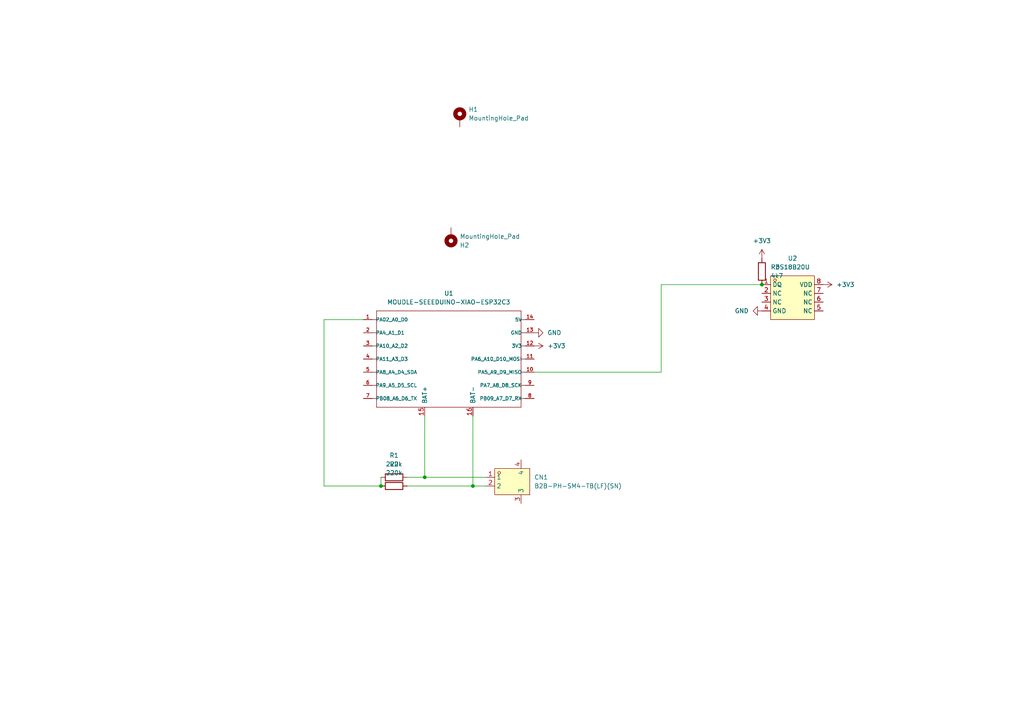
<source format=kicad_sch>
(kicad_sch (version 20211123) (generator eeschema)
  (paper "A4")
  (lib_symbols
    (symbol "Device:R" (pin_numbers hide) (pin_names (offset 0))
      (property "Reference" "R" (at 2.032 0 90))
      (property "Value" "R" (at 0 0 90))
      (symbol "R_0_1"
        (rectangle (start -1.016 -2.54) (end 1.016 2.54) (stroke (width 0.254)))
      )
      (symbol "R_1_1"
        (pin passive line (at 0 3.81 270) (length 1.27) (name "~") (number "1"))
        (pin passive line (at 0 -3.81 90) (length 1.27) (name "~") (number "2"))
      )
    )
    (symbol "Mechanical:MountingHole_Pad" (pin_numbers hide) (pin_names (offset 1.016) hide)
      (property "Reference" "H" (at 0 6.35 0))
      (property "Value" "MountingHole_Pad" (at 0 4.445 0))
      (symbol "MountingHole_Pad_0_1"
        (circle (center 0 1.27) (radius 1.27) (stroke (width 1.27)))
      )
      (symbol "MountingHole_Pad_1_1"
        (pin input line (at 0 -2.54 90) (length 2.54) (name "1") (number "1"))
      )
    )
    (symbol "easyeda2kicad:B2B-PH-SM4-TB(LF)(SN)"
      (property "Reference" "CN" (at 0 11.43 0))
      (property "Value" "B2B-PH-SM4-TB (LF)(SN)" (at 0 -11.43 0))
      (symbol "B2B-PH-SM4-TB(LF)(SN)_0_1"
        (rectangle (start -3.81 3.81) (end 6.35 -3.81) (fill (type background)))
        (circle (center -2.54 2.54) (radius 0.38))
        (pin unspecified line (at -6.35 1.27 0) (length 2.54) (name "1") (number "1"))
        (pin unspecified line (at -6.35 -1.27 0) (length 2.54) (name "2") (number "2"))
        (pin unspecified line (at 3.81 -6.35 90) (length 2.54) (name "3") (number "3"))
        (pin unspecified line (at 3.81 6.35 270) (length 2.54) (name "4") (number "4"))
      )
    )
    (symbol "easyeda2kicad:DS18B20U"
      (property "Reference" "U" (at 0 8.89 0))
      (property "Value" "DS18B20U" (at 0 -8.89 0))
      (symbol "DS18B20U_0_1"
        (rectangle (start -6.35 6.35) (end 6.35 -6.35) (fill (type background)))
        (circle (center -5.08 5.08) (radius 0.38))
        (pin unspecified line (at -8.89 3.81 0) (length 2.54) (name "DQ") (number "1"))
        (pin unspecified line (at -8.89 1.27 0) (length 2.54) (name "NC") (number "2"))
        (pin unspecified line (at -8.89 -1.27 0) (length 2.54) (name "NC") (number "3"))
        (pin unspecified line (at -8.89 -3.81 0) (length 2.54) (name "GND") (number "4"))
        (pin unspecified line (at 8.89 -3.81 180) (length 2.54) (name "NC") (number "5"))
        (pin unspecified line (at 8.89 -1.27 180) (length 2.54) (name "NC") (number "6"))
        (pin unspecified line (at 8.89 1.27 180) (length 2.54) (name "NC") (number "7"))
        (pin unspecified line (at 8.89 3.81 180) (length 2.54) (name "VDD") (number "8"))
      )
    )
    (symbol "power:+3V3" (power) (pin_names (offset 0))
      (property "Value" "+3V3" (at 0 3.556 0))
      (symbol "+3V3_0_1"
        (polyline (pts (xy -0.762 1.27) (xy 0 2.54)))
        (polyline (pts (xy 0 0) (xy 0 2.54)))
        (polyline (pts (xy 0 2.54) (xy 0.762 1.27)))
      )
      (symbol "+3V3_1_1"
        (pin power_in line (at 0 0 90) (length 0) hide (name "+3V3") (number "1"))
      )
    )
    (symbol "power:GND" (power) (pin_names (offset 0))
      (property "Value" "GND" (at 0 -3.81 0))
      (symbol "GND_0_1"
        (polyline (pts (xy 0 0) (xy 0 -1.27) (xy 1.27 -1.27) (xy 0 -2.54) (xy -1.27 -1.27) (xy 0 -1.27)))
      )
      (symbol "GND_1_1"
        (pin power_in line (at 0 0 270) (length 0) hide (name "GND") (number "1"))
      )
    )
    (symbol "xiao:MOUDLE-SEEEDUINO-XIAO-ESP32C3" (pin_names (offset 1.016))
      (property "Reference" "U1" (at -0.635 19.05 0))
      (property "Value" "MOUDLE-SEEEDUINO-XIAO-ESP32C3" (at -0.635 16.51 0))
      (symbol "MOUDLE-SEEEDUINO-XIAO-ESP32C3_0_0"
        (polyline (pts (xy -21.59 -13.97) (xy -21.59 0)) (stroke (width 0.1524)))
        (polyline (pts (xy -21.59 -11.43) (xy -22.86 -11.43)) (stroke (width 0.1524)))
        (polyline (pts (xy -21.59 -7.62) (xy -22.86 -7.62)) (stroke (width 0.1524)))
        (polyline (pts (xy -21.59 -3.81) (xy -22.86 -3.81)) (stroke (width 0.1524)))
        (polyline (pts (xy -21.59 0) (xy -22.86 0)) (stroke (width 0.1524)))
        (polyline (pts (xy -21.59 0) (xy -21.59 3.81)) (stroke (width 0.1524)))
        (polyline (pts (xy -21.59 3.81) (xy -22.86 3.81)) (stroke (width 0.1524)))
        (polyline (pts (xy -21.59 3.81) (xy -21.59 7.62)) (stroke (width 0.1524)))
        (polyline (pts (xy -21.59 7.62) (xy -22.86 7.62)) (stroke (width 0.1524)))
        (polyline (pts (xy -21.59 7.62) (xy -21.59 11.43)) (stroke (width 0.1524)))
        (polyline (pts (xy -21.59 11.43) (xy -22.86 11.43)) (stroke (width 0.1524)))
        (polyline (pts (xy -21.59 11.43) (xy -21.59 13.97)) (stroke (width 0.1524)))
        (polyline (pts (xy -21.59 13.97) (xy 20.32 13.97)) (stroke (width 0.1524)))
        (polyline (pts (xy 20.32 -13.97) (xy -21.59 -13.97)) (stroke (width 0.1524)))
        (polyline (pts (xy 20.32 3.81) (xy 20.32 -13.97)) (stroke (width 0.1524)))
        (polyline (pts (xy 20.32 7.62) (xy 20.32 3.81)) (stroke (width 0.1524)))
        (polyline (pts (xy 20.32 11.43) (xy 20.32 7.62)) (stroke (width 0.1524)))
        (polyline (pts (xy 20.32 13.97) (xy 20.32 11.43)) (stroke (width 0.1524)))
        (polyline (pts (xy 21.59 -11.43) (xy 20.32 -11.43)) (stroke (width 0.1524)))
        (polyline (pts (xy 21.59 -7.62) (xy 20.32 -7.62)) (stroke (width 0.1524)))
        (polyline (pts (xy 21.59 -3.81) (xy 20.32 -3.81)) (stroke (width 0.1524)))
        (polyline (pts (xy 21.59 0) (xy 20.32 0)) (stroke (width 0.1524)))
        (polyline (pts (xy 21.59 3.81) (xy 20.32 3.81)) (stroke (width 0.1524)))
        (polyline (pts (xy 21.59 7.62) (xy 20.32 7.62)) (stroke (width 0.1524)))
        (polyline (pts (xy 21.59 11.43) (xy 20.32 11.43)) (stroke (width 0.1524)))
        (pin bidirectional line (at -25.4 11.43 0) (length 2.54) (name "PA02_A0_D0") (number "1"))
        (pin bidirectional line (at 24.13 -3.81 180) (length 2.54) (name "PA5_A9_D9_MISO") (number "10"))
        (pin bidirectional line (at 24.13 0 180) (length 2.54) (name "PA6_A10_D10_MOSI") (number "11"))
        (pin bidirectional line (at 24.13 3.81 180) (length 2.54) (name "3V3") (number "12"))
        (pin bidirectional line (at 24.13 7.62 180) (length 2.54) (name "GND") (number "13"))
        (pin bidirectional line (at 24.13 11.43 180) (length 2.54) (name "5V") (number "14"))
        (pin bidirectional line (at -25.4 7.62 0) (length 2.54) (name "PA4_A1_D1") (number "2"))
        (pin bidirectional line (at -25.4 3.81 0) (length 2.54) (name "PA10_A2_D2") (number "3"))
        (pin bidirectional line (at -25.4 0 0) (length 2.54) (name "PA11_A3_D3") (number "4"))
        (pin bidirectional line (at -25.4 -3.81 0) (length 2.54) (name "PA8_A4_D4_SDA") (number "5"))
        (pin bidirectional line (at -25.4 -7.62 0) (length 2.54) (name "PA9_A5_D5_SCL") (number "6"))
        (pin bidirectional line (at -25.4 -11.43 0) (length 2.54) (name "PB08_A6_D6_TX") (number "7"))
        (pin bidirectional line (at 24.13 -11.43 180) (length 2.54) (name "PB09_A7_D7_RX") (number "8"))
        (pin bidirectional line (at 24.13 -7.62 180) (length 2.54) (name "PA7_A8_D8_SCK") (number "9"))
      )
      (symbol "MOUDLE-SEEEDUINO-XIAO-ESP32C3_1_1"
        (pin power_in line (at -7.62 -16.51 90) (length 2.54) (name "BAT+") (number "15"))
        (pin power_in line (at 6.35 -16.51 90) (length 2.54) (name "BAT-") (number "16"))
      )
    )
  )
  (junction (at 123.19 138.43))
  (junction (at 137.16 140.97))
  (junction (at 110.49 140.97))
  (junction (at 220.98 82.55))
  (wire (pts (xy 191.77 82.55) (xy 220.98 82.55)))
  (wire (pts (xy 118.11 140.97) (xy 137.16 140.97)))
  (wire (pts (xy 123.19 138.43) (xy 140.97 138.43)))
  (wire (pts (xy 191.77 107.95) (xy 154.94 107.95)))
  (wire (pts (xy 110.49 138.43) (xy 110.49 140.97)))
  (wire (pts (xy 93.98 92.71) (xy 93.98 140.97)))
  (wire (pts (xy 105.41 92.71) (xy 93.98 92.71)))
  (wire (pts (xy 137.16 120.65) (xy 137.16 140.97)))
  (wire (pts (xy 123.19 120.65) (xy 123.19 138.43)))
  (wire (pts (xy 191.77 82.55) (xy 191.77 107.95)))
  (wire (pts (xy 118.11 138.43) (xy 123.19 138.43)))
  (wire (pts (xy 93.98 140.97) (xy 110.49 140.97)))
  (wire (pts (xy 137.16 140.97) (xy 140.97 140.97)))
  (symbol (lib_id "power:+3V3") (at 220.98 74.93 0) (unit 1)
    (property "Reference" "#PWR0107" (effects hide))
    (property "Value" "+3V3" (at 220.98 69.85 0))
  )
  (symbol (lib_id "power:+3V3") (at 154.94 100.33 270) (unit 1)
    (property "Reference" "#PWR0105" (effects hide))
    (property "Value" "+3V3" (at 158.75 100.3299 90) (effects (justify left)))
  )
  (symbol (lib_id "Device:R") (at 220.98 78.74 0) (unit 1)
    (property "Reference" "R3" (at 223.52 77.4699 0) (effects (justify left)))
    (property "Value" "4k7" (at 223.52 80.0099 0) (effects (justify left)))
    (property "Footprint" "Resistor_SMD:R_0805_2012Metric_Pad1.20x1.40mm_HandSolder" (effects hide))
  )
  (symbol (lib_id "power:+3V3") (at 238.76 82.55 270) (unit 1)
    (property "Reference" "#PWR0106" (effects hide))
    (property "Value" "+3V3" (at 242.57 82.5499 90) (effects (justify left)))
  )
  (symbol (lib_id "power:GND") (at 154.94 96.52 90) (unit 1)
    (property "Reference" "#PWR0103" (effects hide))
    (property "Value" "GND" (at 158.75 96.5199 90) (effects (justify right)))
  )
  (symbol (lib_id "Mechanical:MountingHole_Pad") (at 133.35 34.29 0) (unit 1)
    (property "Reference" "H1" (at 135.89 31.7499 0) (effects (justify left)))
    (property "Value" "MountingHole_Pad" (at 135.89 34.2899 0) (effects (justify left)))
    (property "Footprint" "MountingHole:MountingHole_2.2mm_M2_DIN965_Pad" (effects hide))
  )
  (symbol (lib_id "easyeda2kicad:DS18B20U") (at 229.87 86.36 0) (unit 1)
    (property "Reference" "U2" (at 229.87 74.93 0))
    (property "Value" "DS18B20U" (at 229.87 77.47 0))
    (property "Footprint" "easyeda2kicad:MSOP-8_L3.0-W3.0-P0.65-LS4.9-BL" (effects hide))
    (property "Datasheet" "https://lcsc.com/product-detail/Temperature-Sensors_UMW-Youtai-Semiconductor-Co-Ltd-DS18B20U_C695836.html" (effects hide))
    (property "LCSC Part" "C695836" (effects hide))
  )
  (symbol (lib_id "xiao:MOUDLE-SEEEDUINO-XIAO-ESP32C3") (at 130.81 104.14 0) (unit 1)
    (property "Reference" "U1" (at 130.175 85.09 0))
    (property "Value" "MOUDLE-SEEEDUINO-XIAO-ESP32C3" (at 130.175 87.63 0))
    (property "Footprint" "xiao:MOUDLE14P-SMD-2.54-21X17.8MM-bat" (effects hide))
  )
  (symbol (lib_id "easyeda2kicad:B2B-PH-SM4-TB(LF)(SN)") (at 147.32 139.7 0) (unit 1)
    (property "Reference" "CN1" (at 154.94 138.4299 0) (effects (justify left)))
    (property "Value" "B2B-PH-SM4-TB(LF)(SN)" (at 154.94 140.9699 0) (effects (justify left)))
    (property "Footprint" "easyeda2kicad:CONN-SMD_B2B-PH-SM4-TB-LF-SN" (effects hide))
    (property "Datasheet" "https://lcsc.com/product-detail/_JST_B2B-PH-SM4-TB-LF-SN_B2B-PH-SM4-TB-LF-SN_C160352.html" (effects hide))
    (property "LCSC Part" "C160352" (effects hide))
  )
  (symbol (lib_id "Mechanical:MountingHole_Pad") (at 130.81 68.58 0) (mirror x) (unit 1)
    (property "Reference" "H2" (at 133.35 71.1201 0) (effects (justify left)))
    (property "Value" "MountingHole_Pad" (at 133.35 68.5801 0) (effects (justify left)))
    (property "Footprint" "MountingHole:MountingHole_2.2mm_M2_DIN965_Pad" (effects hide))
  )
  (symbol (lib_id "power:GND") (at 220.98 90.17 270) (unit 1)
    (property "Reference" "#PWR0104" (effects hide))
    (property "Value" "GND" (at 217.17 90.1699 90) (effects (justify right)))
  )
  (symbol (lib_id "Device:R") (at 114.3 138.43 90) (unit 1)
    (property "Reference" "R1" (at 114.3 132.08 90))
    (property "Value" "220k" (at 114.3 134.62 90))
    (property "Footprint" "Resistor_SMD:R_0805_2012Metric_Pad1.20x1.40mm_HandSolder" (effects hide))
  )
  (symbol (lib_id "Device:R") (at 114.3 140.97 90) (unit 1)
    (property "Reference" "R2" (at 114.3 134.62 90))
    (property "Value" "220k" (at 114.3 137.16 90))
    (property "Footprint" "Resistor_SMD:R_0805_2012Metric_Pad1.20x1.40mm_HandSolder" (effects hide))
  )
)
</source>
